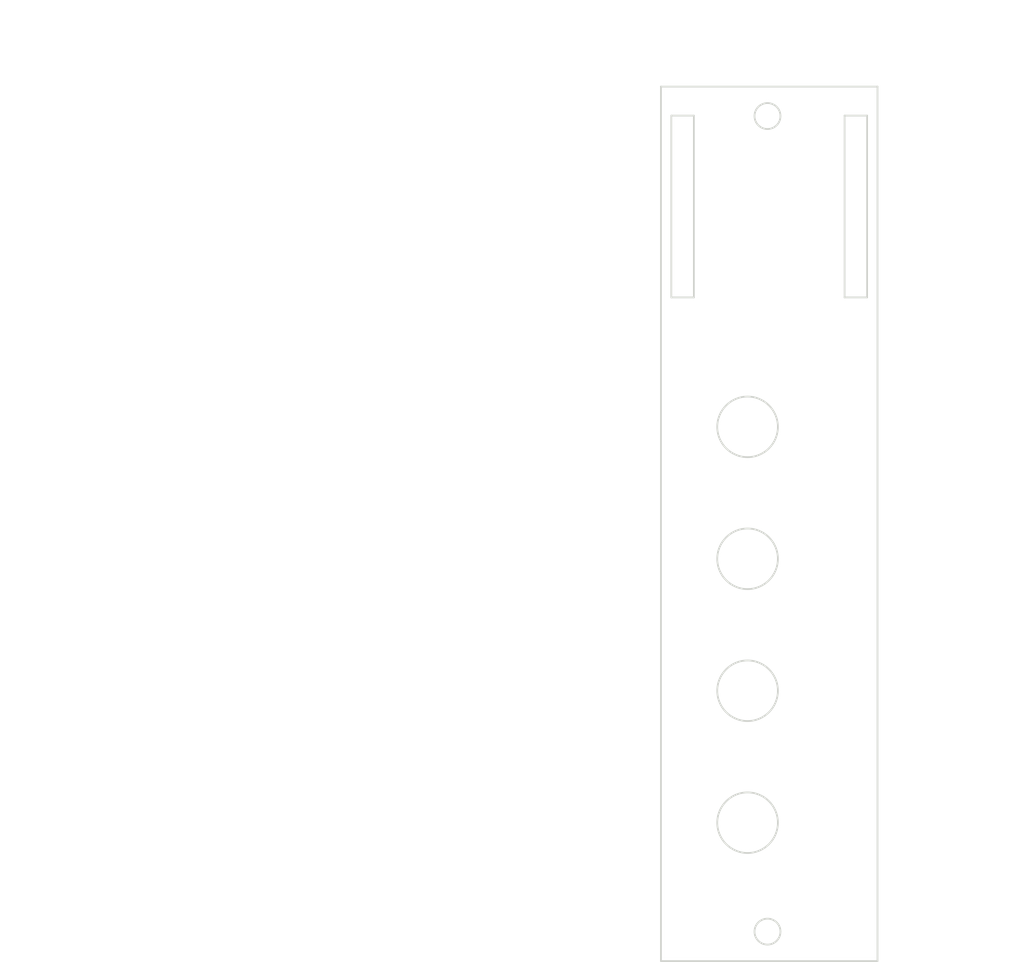
<source format=kicad_pcb>
(kicad_pcb (version 20211014) (generator pcbnew)

  (general
    (thickness 1.6)
  )

  (paper "A4")
  (layers
    (0 "F.Cu" signal)
    (31 "B.Cu" signal)
    (32 "B.Adhes" user "B.Adhesive")
    (33 "F.Adhes" user "F.Adhesive")
    (34 "B.Paste" user)
    (35 "F.Paste" user)
    (36 "B.SilkS" user "B.Silkscreen")
    (37 "F.SilkS" user "F.Silkscreen")
    (38 "B.Mask" user)
    (39 "F.Mask" user)
    (40 "Dwgs.User" user "User.Drawings")
    (41 "Cmts.User" user "User.Comments")
    (42 "Eco1.User" user "User.Eco1")
    (43 "Eco2.User" user "User.Eco2")
    (44 "Edge.Cuts" user)
    (45 "Margin" user)
    (46 "B.CrtYd" user "B.Courtyard")
    (47 "F.CrtYd" user "F.Courtyard")
    (48 "B.Fab" user)
    (49 "F.Fab" user)
    (50 "User.1" user)
    (51 "User.2" user)
    (52 "User.3" user)
    (53 "User.4" user)
    (54 "User.5" user)
    (55 "User.6" user)
    (56 "User.7" user)
    (57 "User.8" user)
    (58 "User.9" user)
  )

  (setup
    (pad_to_mask_clearance 0)
    (grid_origin 151.800001 54.4)
    (pcbplotparams
      (layerselection 0x00010fc_ffffffff)
      (disableapertmacros false)
      (usegerberextensions false)
      (usegerberattributes true)
      (usegerberadvancedattributes true)
      (creategerberjobfile true)
      (svguseinch false)
      (svgprecision 6)
      (excludeedgelayer true)
      (plotframeref false)
      (viasonmask false)
      (mode 1)
      (useauxorigin false)
      (hpglpennumber 1)
      (hpglpenspeed 20)
      (hpglpendiameter 15.000000)
      (dxfpolygonmode true)
      (dxfimperialunits true)
      (dxfusepcbnewfont true)
      (psnegative false)
      (psa4output false)
      (plotreference true)
      (plotvalue true)
      (plotinvisibletext false)
      (sketchpadsonfab false)
      (subtractmaskfromsilk false)
      (outputformat 1)
      (mirror false)
      (drillshape 1)
      (scaleselection 1)
      (outputdirectory "")
    )
  )

  (net 0 "")

  (gr_circle (center 151.800001 148.6) (end 150.300001 148.6) (layer "Edge.Cuts") (width 0.2) (fill none) (tstamp 09dddd80-e9f4-4a69-b025-64193936fbd2))
  (gr_circle (center 151.800001 54.4) (end 150.300001 54.4) (layer "Edge.Cuts") (width 0.2) (fill none) (tstamp 2ca25eea-749d-4951-b3a4-54d289ed01a5))
  (gr_line (start 164.5 51) (end 164.500001 152) (layer "Edge.Cuts") (width 0.2) (tstamp 2ecb28d8-3401-47a1-8967-cc5b622ac28c))
  (gr_line (start 143.300001 54.35) (end 140.700001 54.35) (layer "Edge.Cuts") (width 0.2) (tstamp 328386f6-66da-4b4a-bd7f-931708b14918))
  (gr_circle (center 149.500001 120.779999) (end 146.000001 120.779999) (layer "Edge.Cuts") (width 0.2) (fill none) (tstamp 4033f167-b595-4287-931a-f5d76abd4a38))
  (gr_line (start 140.700001 75.35) (end 143.300001 75.35) (layer "Edge.Cuts") (width 0.2) (tstamp 410cb05a-77b7-4970-bfde-44c1892befcd))
  (gr_circle (center 149.500001 105.539999) (end 146.000001 105.539999) (layer "Edge.Cuts") (width 0.2) (fill none) (tstamp 4ed32953-d20d-4c3a-ae8b-cd7e7decf71a))
  (gr_line (start 143.300001 75.35) (end 143.300001 54.35) (layer "Edge.Cuts") (width 0.2) (tstamp 514e1af4-c994-4a9f-83e3-b6c329555057))
  (gr_circle (center 149.500001 90.3) (end 146.000001 90.3) (layer "Edge.Cuts") (width 0.2) (fill none) (tstamp 5fcaa359-aff0-496c-876c-670d331e8e5b))
  (gr_circle (center 149.500001 136.019999) (end 146.000001 136.019999) (layer "Edge.Cuts") (width 0.2) (fill none) (tstamp 79d683b6-4f2c-4f44-9b4c-e814c666e3af))
  (gr_line (start 163.300001 75.35) (end 163.300001 54.35) (layer "Edge.Cuts") (width 0.2) (tstamp 7fff2461-b8de-4916-9bfd-160751f32c9f))
  (gr_line (start 140.700001 54.35) (end 140.700001 75.35) (layer "Edge.Cuts") (width 0.2) (tstamp 8e2c86f5-54b9-45e2-bdf3-4736b169b3ad))
  (gr_line (start 160.700001 54.35) (end 160.700001 75.35) (layer "Edge.Cuts") (width 0.2) (tstamp aeb333b5-1640-42f2-b782-f7ee1dd3c57d))
  (gr_line (start 164.500001 152) (end 139.500001 152) (layer "Edge.Cuts") (width 0.2) (tstamp b5984297-1a2f-48a5-92eb-fd353977c63f))
  (gr_line (start 139.500001 51) (end 164.5 51) (layer "Edge.Cuts") (width 0.2) (tstamp bde3a507-b53e-46e8-9771-4516c94e04bf))
  (gr_line (start 139.500001 152) (end 139.500001 51) (layer "Edge.Cuts") (width 0.2) (tstamp d19ca4c1-ad97-4d31-b50d-ce299817e328))
  (gr_line (start 160.700001 75.35) (end 163.300001 75.35) (layer "Edge.Cuts") (width 0.2) (tstamp e5cb1df5-4c5b-4b07-aa3b-84b6fc512636))
  (gr_line (start 163.300001 54.35) (end 160.700001 54.35) (layer "Edge.Cuts") (width 0.2) (tstamp e6096999-74a6-4fe4-96e3-0f5242301308))
  (gr_circle (center 124.100001 136.019999) (end 120.600001 136.019999) (layer "User.9") (width 0.2) (fill none) (tstamp 00cf75de-894a-46b1-a9a4-a6d0fdd83401))
  (gr_circle (center 75.600001 54.4) (end 74.100001 54.4) (layer "User.9") (width 0.2) (fill none) (tstamp 1509092d-4efa-499d-bb65-b7b5aecba726))
  (gr_line (start 160.700001 54.35) (end 160.700001 75.35) (layer "User.9") (width 0.2) (tstamp 1772ce6f-6b4f-437d-95e9-01b51b82be82))
  (gr_line (start 160.700001 75.35) (end 163.300001 75.35) (layer "User.9") (width 0.2) (tstamp 19888c60-cc3c-4afe-a3e0-860727ba00c1))
  (gr_line (start 163.300001 54.35) (end 160.700001 54.35) (layer "User.9") (width 0.2) (tstamp 2156cf9f-8169-45a4-9c44-63b34f19f6b0))
  (gr_line (start 63.300001 152) (end 63.300001 51) (layer "User.9") (width 0.2) (tstamp 24e6a7e6-8493-4f5f-9b56-6ecf6a5c9bac))
  (gr_line (start 163.300001 54.35) (end 160.700001 54.35) (layer "User.9") (width 0.2) (tstamp 2f9d7d46-f1c9-4043-9bb5-cd64fb880c1f))
  (gr_circle (center 126.400002 54.4) (end 124.900002 54.4) (layer "User.9") (width 0.2) (fill none) (tstamp 3e905e8a-dddf-4fc4-8799-f7f205b7bbe4))
  (gr_circle (center 151.800001 54.4) (end 150.300001 54.4) (layer "User.9") (width 0.2) (fill none) (tstamp 48f19d5b-59f6-4d7e-a13f-416a909c2b64))
  (gr_circle (center 151.800001 148.6) (end 150.300001 148.6) (layer "User.9") (width 0.2) (fill none) (tstamp 495bc07b-0a4f-4326-9e79-1f56ab034a6e))
  (gr_circle (center 98.700001 136.019999) (end 95.200001 136.019999) (layer "User.9") (width 0.2) (fill none) (tstamp 50086763-cbfe-4621-867f-5d372167aa1f))
  (gr_circle (center 73.300001 120.779999) (end 69.800001 120.779999) (layer "User.9") (width 0.2) (fill none) (tstamp 56194e5e-7087-4db3-90af-98075a579c15))
  (gr_circle (center 98.700001 90.3) (end 95.200001 90.3) (layer "User.9") (width 0.2) (fill none) (tstamp 5628391f-ee47-4281-93c7-292e047dd9a4))
  (gr_line (start 89.900001 54.35) (end 89.900001 75.35) (layer "User.9") (width 0.2) (tstamp 5692b7ea-cef3-4ea7-9d84-0e1960151ff3))
  (gr_line (start 164.5 152) (end 114.100001 152) (layer "User.9") (width 0.2) (tstamp 5b3cb222-a066-4475-9140-42a311cf7014))
  (gr_line (start 63.300001 51) (end 164.500001 51) (layer "User.9") (width 0.2) (tstamp 5d271b5a-c5aa-4c87-ad0a-45ac0ecaf237))
  (gr_line (start 67.100001 75.35) (end 67.100001 54.35) (layer "User.9") (width 0.2) (tstamp 5e894dd1-c4fd-4f0d-9784-92786e928d55))
  (gr_circle (center 151.800001 148.6) (end 150.300001 148.6) (layer "User.9") (width 0.2) (fill none) (tstamp 5edd3dbe-32d9-419c-b25b-b9d1b6c07c7a))
  (gr_line (start 88.700001 152) (end 88.700001 51) (layer "User.9") (width 0.2) (tstamp 5f130fb1-7088-492e-8e6c-2d7af5047da6))
  (gr_line (start 163.300001 75.35) (end 163.300001 54.35) (layer "User.9") (width 0.2) (tstamp 60cbc9e2-7c4b-44e5-8019-15792c315cd7))
  (gr_line (start 92.500001 75.35) (end 92.500001 54.35) (layer "User.9") (width 0.2) (tstamp 670b3168-ed6e-4827-beb6-531fe31f319e))
  (gr_line (start 117.900001 54.35) (end 115.300001 54.35) (layer "User.9") (width 0.2) (tstamp 7477b25d-5c38-426c-9b40-4899e718eace))
  (gr_circle (center 151.800001 54.4) (end 150.300001 54.4) (layer "User.9") (width 0.2) (fill none) (tstamp 76601107-2cd5-4572-b7c9-668facaba04b))
  (gr_line (start 88.700001 51) (end 164.500001 51) (layer "User.9") (width 0.2) (tstamp 834b20ad-2152-4d8d-9e93-50f8f50f7933))
  (gr_circle (center 98.700001 120.779999) (end 95.200001 120.779999) (layer "User.9") (width 0.2) (fill none) (tstamp 871b3522-8c41-43b7-a45c-8f4b24fd1537))
  (gr_line (start 163.300001 75.35) (end 163.300001 54.35) (layer "User.9") (width 0.2) (tstamp 88bfb2be-4e51-429d-8a8e-995752c0b604))
  (gr_circle (center 73.300001 90.3) (end 69.800001 90.3) (layer "User.9") (width 0.2) (fill none) (tstamp 96cd9759-efbd-4ead-808b-1115c6a25a5c))
  (gr_line (start 163.300001 75.35) (end 163.300001 54.35) (layer "User.9") (width 0.2) (tstamp 97b39c52-6777-4ace-83c3-281f6b0ea2b1))
  (gr_circle (center 101.000002 148.6) (end 99.500002 148.6) (layer "User.9") (width 0.2) (fill none) (tstamp 9ae90b84-7c71-4dd9-80b7-8a8ed5fc4d2e))
  (gr_line (start 163.300001 54.35) (end 160.700001 54.35) (layer "User.9") (width 0.2) (tstamp 9ed8cd37-0c5c-4274-86ce-aa365d3c4b29))
  (gr_line (start 164.500001 51) (end 164.5 152) (layer "User.9") (width 0.2) (tstamp 9ff63e00-0039-4f85-ae5e-d4ef1eedd4b5))
  (gr_line (start 164.500001 51) (end 164.500001 152) (layer "User.9") (width 0.2) (tstamp a7ddf1b2-f2b8-445a-81aa-ac39ebeb2f3b))
  (gr_circle (center 101.000002 54.4) (end 99.500002 54.4) (layer "User.9") (width 0.2) (fill none) (tstamp a86b2721-ef22-4210-a783-59a0d4059f25))
  (gr_line (start 89.900001 75.35) (end 92.500001 75.35) (layer "User.9") (width 0.2) (tstamp b1f2e296-e1f5-4f71-9e18-4c28b5187658))
  (gr_line (start 67.100001 54.35) (end 64.500001 54.35) (layer "User.9") (width 0.2) (tstamp b43d7076-9a4c-4ac8-b9af-076e851edb70))
  (gr_line (start 164.500001 51) (end 164.500001 152) (layer "User.9") (width 0.2) (tstamp b5ae1113-bc33-4c2f-8d5c-32aaa055deb1))
  (gr_line (start 160.700001 75.35) (end 163.300001 75.35) (layer "User.9") (width 0.2) (tstamp b85f29f6-e177-491e-a1d1-7eaf423437e6))
  (gr_line (start 160.700001 54.35) (end 160.700001 75.35) (layer "User.9") (width 0.2) (tstamp baa997ff-3f6b-4ce1-855c-76728bb1ab83))
  (gr_line (start 115.300001 54.35) (end 115.300001 75.35) (layer "User.9") (width 0.2) (tstamp bccf2637-091b-4eb6-8315-380ad49ddfd6))
  (gr_circle (center 124.100001 90.3) (end 120.600001 90.3) (layer "User.9") (width 0.2) (fill none) (tstamp c0511e12-b72b-4def-a1bf-a7ebc2d5db06))
  (gr_circle (center 126.400002 148.6) (end 124.900002 148.6) (layer "User.9") (width 0.2) (fill none) (tstamp c381ee03-c53c-42de-b15e-03afe35cd828))
  (gr_line (start 115.300001 75.35) (end 117.900001 75.35) (layer "User.9") (width 0.2) (tstamp c3c6374e-e869-456b-9993-2dd6a91ed510))
  (gr_line (start 160.700001 75.35) (end 163.300001 75.35) (layer "User.9") (width 0.2) (tstamp c467e9fd-cb19-4309-9b5c-a570810bea9c))
  (gr_line (start 117.900001 75.35) (end 117.900001 54.35) (layer "User.9") (width 0.2) (tstamp d0ceec10-5c54-42cf-81b1-d3cba4c2c736))
  (gr_circle (center 98.700001 105.539999) (end 95.200001 105.539999) (layer "User.9") (width 0.2) (fill none) (tstamp d2b94517-66f7-4e4f-a5b3-17612aa05280))
  (gr_line (start 114.100001 51) (end 164.500001 51) (layer "User.9") (width 0.2) (tstamp d3c28a78-985a-490f-86b6-16fbc9c814a6))
  (gr_line (start 114.100001 152) (end 114.100001 51) (layer "User.9") (width 0.2) (tstamp d4a67496-3fa7-4337-ad58-598291eeea46))
  (gr_line (start 92.500001 54.35) (end 89.900001 54.35) (layer "User.9") (width 0.2) (tstamp d82dfec4-eed6-4b14-bd1d-2a82ee4f1bb2))
  (gr_circle (center 75.600001 148.6) (end 74.100001 148.6) (layer "User.9") (width 0.2) (fill none) (tstamp d8ad94bd-a68d-4a66-a077-733b1dd23e1c))
  (gr_circle (center 151.800001 148.6) (end 150.300001 148.6) (layer "User.9") (width 0.2) (fill none) (tstamp d90c15aa-9869-4ef7-8024-eacb0ee73c98))
  (gr_circle (center 151.800001 54.4) (end 150.300001 54.4) (layer "User.9") (width 0.2) (fill none) (tstamp dfc20675-3067-40f1-955d-2253001e1ee5))
  (gr_circle (center 73.300001 136.019999) (end 69.800001 136.019999) (layer "User.9") (width 0.2) (fill none) (tstamp e0a56085-042c-4ee1-b777-5e4f2136e79b))
  (gr_line (start 64.500001 54.35) (end 64.500001 75.35) (layer "User.9") (width 0.2) (tstamp e1c74896-0bfc-4910-a930-2fc9e9a5e3a9))
  (gr_line (start 164.500001 152) (end 88.700001 152) (layer "User.9") (width 0.2) (tstamp e6715cc8-fd13-48d5-ae86-e50dc3f8bab6))
  (gr_line (start 64.500001 75.35) (end 67.100001 75.35) (layer "User.9") (width 0.2) (tstamp e719c874-5ba8-449b-b3f4-213b0a9f0d3d))
  (gr_circle (center 73.300001 105.539999) (end 69.800001 105.539999) (layer "User.9") (width 0.2) (fill none) (tstamp e7fee561-2d04-400a-a55b-1b292cd3e270))
  (gr_line (start 160.700001 54.35) (end 160.700001 75.35) (layer "User.9") (width 0.2) (tstamp ed4eb483-3b6c-4cde-a18d-03d1e634491f))
  (gr_circle (center 124.100001 105.539999) (end 120.600001 105.539999) (layer "User.9") (width 0.2) (fill none) (tstamp ed7db4da-7927-4769-887e-2e41ef6114d5))
  (gr_circle (center 124.100001 120.779999) (end 120.600001 120.779999) (layer "User.9") (width 0.2) (fill none) (tstamp f685d468-8f1f-4b4e-bb52-5d3385ccb9c0))
  (gr_line (start 164.500001 152) (end 63.300001 152) (layer "User.9") (width 0.2) (tstamp f7b74752-6985-46a3-aced-a90dfba6603e))
  (gr_text "Templates for 2, 3, and 4u modules are located on the 'User.9' layer.\nYou can move them to the Edge.Cuts layer if you want to use them instead." (at 151.800001 42.65) (layer "Cmts.User") (tstamp 22284503-1636-4f90-97a7-b9b792a4051f)
    (effects (font (size 1 1) (thickness 0.15)))
  )

  (group "" (id 04d7c3d4-4ce1-4107-8166-5a5d0cf00135)
    (members
      09dddd80-e9f4-4a69-b025-64193936fbd2
      2ca25eea-749d-4951-b3a4-54d289ed01a5
      2ecb28d8-3401-47a1-8967-cc5b622ac28c
      328386f6-66da-4b4a-bd7f-931708b14918
      4033f167-b595-4287-931a-f5d76abd4a38
      410cb05a-77b7-4970-bfde-44c1892befcd
      4ed32953-d20d-4c3a-ae8b-cd7e7decf71a
      514e1af4-c994-4a9f-83e3-b6c329555057
      5fcaa359-aff0-496c-876c-670d331e8e5b
      79d683b6-4f2c-4f44-9b4c-e814c666e3af
      7fff2461-b8de-4916-9bfd-160751f32c9f
      8e2c86f5-54b9-45e2-bdf3-4736b169b3ad
      aeb333b5-1640-42f2-b782-f7ee1dd3c57d
      b5984297-1a2f-48a5-92eb-fd353977c63f
      bde3a507-b53e-46e8-9771-4516c94e04bf
      d19ca4c1-ad97-4d31-b50d-ce299817e328
      e5cb1df5-4c5b-4b07-aa3b-84b6fc512636
      e6096999-74a6-4fe4-96e3-0f5242301308
    )
  )
  (group "" (id 44af475c-b693-4dff-8ee9-8298cae301d1)
    (members
      1509092d-4efa-499d-bb65-b7b5aecba726
      1772ce6f-6b4f-437d-95e9-01b51b82be82
      24e6a7e6-8493-4f5f-9b56-6ecf6a5c9bac
      2f9d7d46-f1c9-4043-9bb5-cd64fb880c1f
      56194e5e-7087-4db3-90af-98075a579c15
      5d271b5a-c5aa-4c87-ad0a-45ac0ecaf237
      5e894dd1-c4fd-4f0d-9784-92786e928d55
      5edd3dbe-32d9-419c-b25b-b9d1b6c07c7a
      76601107-2cd5-4572-b7c9-668facaba04b
      88bfb2be-4e51-429d-8a8e-995752c0b604
      96cd9759-efbd-4ead-808b-1115c6a25a5c
      a7ddf1b2-f2b8-445a-81aa-ac39ebeb2f3b
      b43d7076-9a4c-4ac8-b9af-076e851edb70
      c467e9fd-cb19-4309-9b5c-a570810bea9c
      d8ad94bd-a68d-4a66-a077-733b1dd23e1c
      e0a56085-042c-4ee1-b777-5e4f2136e79b
      e1c74896-0bfc-4910-a930-2fc9e9a5e3a9
      e719c874-5ba8-449b-b3f4-213b0a9f0d3d
      e7fee561-2d04-400a-a55b-1b292cd3e270
      f7b74752-6985-46a3-aced-a90dfba6603e
    )
  )
  (group "" (id ebccec39-b6d6-483e-9b4a-c7e73f89dae4)
    (members
      19888c60-cc3c-4afe-a3e0-860727ba00c1
      48f19d5b-59f6-4d7e-a13f-416a909c2b64
      50086763-cbfe-4621-867f-5d372167aa1f
      5628391f-ee47-4281-93c7-292e047dd9a4
      5692b7ea-cef3-4ea7-9d84-0e1960151ff3
      5f130fb1-7088-492e-8e6c-2d7af5047da6
      60cbc9e2-7c4b-44e5-8019-15792c315cd7
      670b3168-ed6e-4827-beb6-531fe31f319e
      834b20ad-2152-4d8d-9e93-50f8f50f7933
      871b3522-8c41-43b7-a45c-8f4b24fd1537
      9ae90b84-7c71-4dd9-80b7-8a8ed5fc4d2e
      9ed8cd37-0c5c-4274-86ce-aa365d3c4b29
      a86b2721-ef22-4210-a783-59a0d4059f25
      b1f2e296-e1f5-4f71-9e18-4c28b5187658
      b5ae1113-bc33-4c2f-8d5c-32aaa055deb1
      d2b94517-66f7-4e4f-a5b3-17612aa05280
      d82dfec4-eed6-4b14-bd1d-2a82ee4f1bb2
      d90c15aa-9869-4ef7-8024-eacb0ee73c98
      e6715cc8-fd13-48d5-ae86-e50dc3f8bab6
      ed4eb483-3b6c-4cde-a18d-03d1e634491f
    )
  )
  (group "" (id f7e3dacd-931d-47d0-8644-bb002f233684)
    (members
      00cf75de-894a-46b1-a9a4-a6d0fdd83401
      2156cf9f-8169-45a4-9c44-63b34f19f6b0
      3e905e8a-dddf-4fc4-8799-f7f205b7bbe4
      495bc07b-0a4f-4326-9e79-1f56ab034a6e
      5b3cb222-a066-4475-9140-42a311cf7014
      7477b25d-5c38-426c-9b40-4899e718eace
      97b39c52-6777-4ace-83c3-281f6b0ea2b1
      9ff63e00-0039-4f85-ae5e-d4ef1eedd4b5
      b85f29f6-e177-491e-a1d1-7eaf423437e6
      baa997ff-3f6b-4ce1-855c-76728bb1ab83
      bccf2637-091b-4eb6-8315-380ad49ddfd6
      c0511e12-b72b-4def-a1bf-a7ebc2d5db06
      c381ee03-c53c-42de-b15e-03afe35cd828
      c3c6374e-e869-456b-9993-2dd6a91ed510
      d0ceec10-5c54-42cf-81b1-d3cba4c2c736
      d3c28a78-985a-490f-86b6-16fbc9c814a6
      d4a67496-3fa7-4337-ad58-598291eeea46
      dfc20675-3067-40f1-955d-2253001e1ee5
      ed7db4da-7927-4769-887e-2e41ef6114d5
      f685d468-8f1f-4b4e-bb52-5d3385ccb9c0
    )
  )
)

</source>
